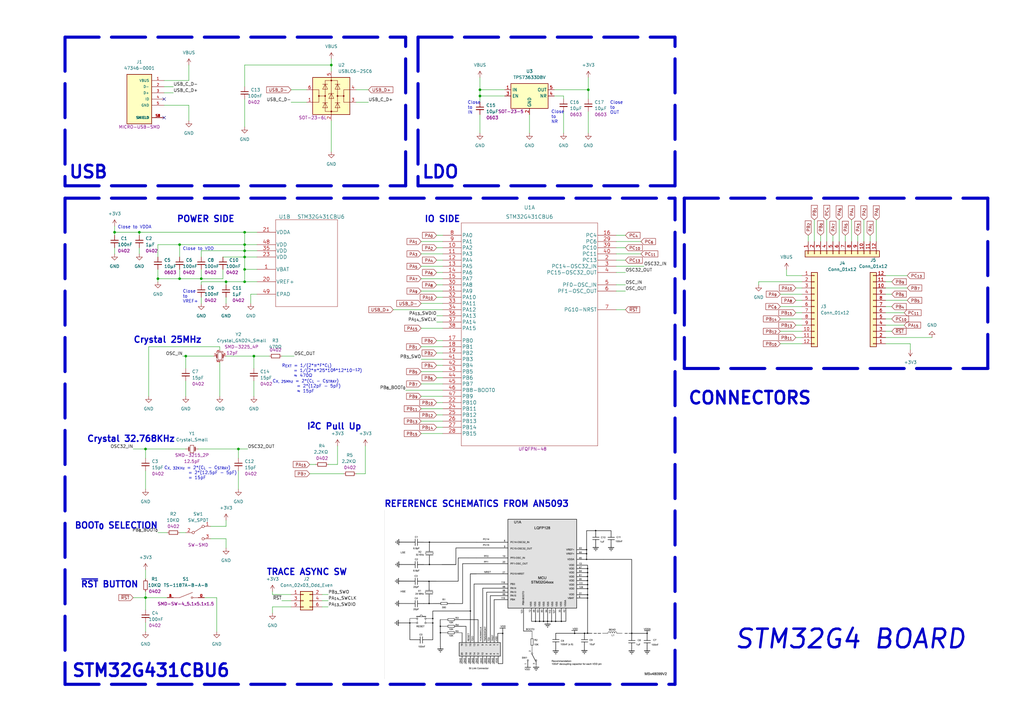
<source format=kicad_sch>
(kicad_sch (version 20211123) (generator eeschema)
  (paper "A3")
  (title_block (title "STM32G4_Breakout") (date "2022-04-16") (rev "0.0.1"))
  (junction (at 241.3 36.83))
  (junction (at 92.71 115.57))
  (junction (at 196.85 36.83))
  (junction (at 73.66 100.33))
  (junction (at 104.14 146.05))
  (junction (at 59.69 184.15))
  (junction (at 57.15 95.25))
  (junction (at 100.33 115.57))
  (junction (at 100.33 95.25))
  (junction (at 100.33 102.87))
  (junction (at 76.2 146.05))
  (junction (at 100.33 100.33))
  (junction (at 100.33 105.41))
  (junction (at 59.69 245.11))
  (junction (at 100.33 110.49))
  (junction (at 64.77 114.3))
  (junction (at 73.66 114.3))
  (junction (at 196.85 39.37))
  (junction (at 82.55 114.3))
  (junction (at 46.99 95.25))
  (junction (at 97.79 184.15))
  (junction (at 135.89 26.67))
  (no_connect (at 67.31 48.26))
  (no_connect (at 67.31 40.64))
  (wire (pts (xy 241.3 36.83) (xy 227.33 36.83)))
  (wire (pts (xy 87.63 146.05) (xy 76.2 146.05)))
  (polyline (pts (xy 280.67 81.28) (xy 280.67 151.13)) (stroke (width 1.27)))
  (wire (pts (xy 86.36 215.9) (xy 92.71 215.9)))
  (wire (pts (xy 91.44 114.3) (xy 82.55 114.3)))
  (wire (pts (xy 252.73 119.38) (xy 256.54 119.38)))
  (wire (pts (xy 172.72 134.62) (xy 181.61 134.62)))
  (wire (pts (xy 73.66 100.33) (xy 73.66 105.41)))
  (wire (pts (xy 351.79 96.52) (xy 351.79 99.06)))
  (wire (pts (xy 179.07 170.18) (xy 181.61 170.18)))
  (wire (pts (xy 365.76 130.81) (xy 363.22 130.81)))
  (wire (pts (xy 90.17 142.24) (xy 60.96 142.24)))
  (wire (pts (xy 320.04 130.81) (xy 328.93 130.81)))
  (wire (pts (xy 100.33 102.87) (xy 82.55 102.87)))
  (wire (pts (xy 146.05 36.83) (xy 151.13 36.83)))
  (wire (pts (xy 92.71 213.36) (xy 92.71 215.9)))
  (wire (pts (xy 86.36 220.98) (xy 92.71 220.98)))
  (wire (pts (xy 119.38 36.83) (xy 125.73 36.83)))
  (wire (pts (xy 196.85 46.99) (xy 196.85 54.61)))
  (wire (pts (xy 82.55 102.87) (xy 82.55 105.41)))
  (wire (pts (xy 105.41 110.49) (xy 100.33 110.49)))
  (wire (pts (xy 363.22 138.43) (xy 382.27 138.43)))
  (wire (pts (xy 100.33 100.33) (xy 105.41 100.33)))
  (wire (pts (xy 97.79 184.15) (xy 101.6 184.15)))
  (wire (pts (xy 179.07 165.1) (xy 181.61 165.1)))
  (wire (pts (xy 179.07 106.68) (xy 181.61 106.68)))
  (wire (pts (xy 336.55 96.52) (xy 336.55 99.06)))
  (wire (pts (xy 311.15 115.57) (xy 311.15 116.84)))
  (wire (pts (xy 326.39 138.43) (xy 328.93 138.43)))
  (wire (pts (xy 100.33 102.87) (xy 105.41 102.87)))
  (wire (pts (xy 346.71 99.06) (xy 346.71 96.52)))
  (polyline (pts (xy 405.13 151.13) (xy 405.13 81.28)) (stroke (width 1.27)))
  (wire (pts (xy 59.69 245.11) (xy 59.69 250.19)))
  (polyline (pts (xy 276.86 280.67) (xy 276.86 81.28)) (stroke (width 1.27)))
  (polyline (pts (xy 26.67 76.2) (xy 166.37 76.2)) (stroke (width 1.27)))
  (wire (pts (xy 59.69 184.15) (xy 76.2 184.15)))
  (wire (pts (xy 57.15 95.25) (xy 57.15 96.52)))
  (wire (pts (xy 322.58 113.03) (xy 328.93 113.03)))
  (polyline (pts (xy 171.45 15.24) (xy 276.86 15.24)) (stroke (width 1.27)))
  (wire (pts (xy 356.87 96.52) (xy 356.87 99.06)))
  (wire (pts (xy 100.33 40.64) (xy 100.33 52.07)))
  (wire (pts (xy 372.11 118.11) (xy 363.22 118.11)))
  (wire (pts (xy 207.01 39.37) (xy 196.85 39.37)))
  (wire (pts (xy 92.71 121.92) (xy 92.71 124.46)))
  (wire (pts (xy 252.73 127) (xy 256.54 127)))
  (wire (pts (xy 241.3 40.64) (xy 241.3 36.83)))
  (wire (pts (xy 135.89 24.13) (xy 135.89 26.67)))
  (wire (pts (xy 115.57 146.05) (xy 120.65 146.05)))
  (wire (pts (xy 326.39 118.11) (xy 328.93 118.11)))
  (wire (pts (xy 363.22 125.73) (xy 365.76 125.73)))
  (wire (pts (xy 363.22 128.27) (xy 370.84 128.27)))
  (wire (pts (xy 132.08 246.38) (xy 134.62 246.38)))
  (wire (pts (xy 76.2 156.21) (xy 76.2 162.56)))
  (wire (pts (xy 328.93 115.57) (xy 311.15 115.57)))
  (wire (pts (xy 57.15 95.25) (xy 100.33 95.25)))
  (wire (pts (xy 320.04 140.97) (xy 328.93 140.97)))
  (wire (pts (xy 179.07 144.78) (xy 181.61 144.78)))
  (wire (pts (xy 172.72 124.46) (xy 181.61 124.46)))
  (wire (pts (xy 67.31 38.1) (xy 71.12 38.1)))
  (wire (pts (xy 359.41 90.17) (xy 359.41 99.06)))
  (wire (pts (xy 196.85 36.83) (xy 207.01 36.83)))
  (wire (pts (xy 172.72 172.72) (xy 181.61 172.72)))
  (wire (pts (xy 326.39 128.27) (xy 328.93 128.27)))
  (wire (pts (xy 64.77 110.49) (xy 64.77 114.3)))
  (wire (pts (xy 252.73 99.06) (xy 262.89 99.06)))
  (wire (pts (xy 196.85 39.37) (xy 196.85 36.83)))
  (polyline (pts (xy 171.45 15.24) (xy 171.45 76.2)) (stroke (width 1.27)))
  (polyline (pts (xy 276.86 76.2) (xy 276.86 15.24)) (stroke (width 1.27)))
  (wire (pts (xy 59.69 255.27) (xy 59.69 259.08)))
  (wire (pts (xy 196.85 31.75) (xy 196.85 36.83)))
  (wire (pts (xy 127 190.5) (xy 129.54 190.5)))
  (wire (pts (xy 172.72 177.8) (xy 181.61 177.8)))
  (wire (pts (xy 252.73 116.84) (xy 256.54 116.84)))
  (wire (pts (xy 119.38 41.91) (xy 125.73 41.91)))
  (wire (pts (xy 179.07 111.76) (xy 181.61 111.76)))
  (wire (pts (xy 196.85 39.37) (xy 196.85 41.91)))
  (wire (pts (xy 373.38 140.97) (xy 363.22 140.97)))
  (wire (pts (xy 149.86 194.31) (xy 146.05 194.31)))
  (wire (pts (xy 373.38 143.51) (xy 373.38 140.97)))
  (wire (pts (xy 59.69 245.11) (xy 68.58 245.11)))
  (wire (pts (xy 339.09 90.17) (xy 339.09 99.06)))
  (wire (pts (xy 91.44 110.49) (xy 91.44 114.3)))
  (wire (pts (xy 111.76 242.57) (xy 111.76 243.84)))
  (wire (pts (xy 100.33 110.49) (xy 100.33 105.41)))
  (wire (pts (xy 149.86 182.88) (xy 149.86 194.31)))
  (wire (pts (xy 119.38 246.38) (xy 115.57 246.38)))
  (wire (pts (xy 326.39 123.19) (xy 328.93 123.19)))
  (wire (pts (xy 179.07 154.94) (xy 181.61 154.94)))
  (polyline (pts (xy 26.67 15.24) (xy 166.37 15.24)) (stroke (width 1.27)))
  (wire (pts (xy 161.29 127) (xy 181.61 127)))
  (wire (pts (xy 105.41 120.65) (xy 102.87 120.65)))
  (wire (pts (xy 64.77 114.3) (xy 73.66 114.3)))
  (wire (pts (xy 91.44 105.41) (xy 100.33 105.41)))
  (wire (pts (xy 231.14 39.37) (xy 227.33 39.37)))
  (wire (pts (xy 135.89 26.67) (xy 100.33 26.67)))
  (wire (pts (xy 179.07 116.84) (xy 181.61 116.84)))
  (wire (pts (xy 100.33 95.25) (xy 105.41 95.25)))
  (wire (pts (xy 172.72 109.22) (xy 181.61 109.22)))
  (wire (pts (xy 172.72 119.38) (xy 181.61 119.38)))
  (wire (pts (xy 74.93 146.05) (xy 76.2 146.05)))
  (wire (pts (xy 252.73 106.68) (xy 256.54 106.68)))
  (wire (pts (xy 90.17 142.24) (xy 90.17 143.51)))
  (wire (pts (xy 365.76 115.57) (xy 363.22 115.57)))
  (wire (pts (xy 252.73 111.76) (xy 256.54 111.76)))
  (wire (pts (xy 146.05 41.91) (xy 151.13 41.91)))
  (wire (pts (xy 60.96 142.24) (xy 60.96 162.56)))
  (wire (pts (xy 344.17 90.17) (xy 344.17 99.06)))
  (wire (pts (xy 252.73 104.14) (xy 262.89 104.14)))
  (wire (pts (xy 67.31 35.56) (xy 71.12 35.56)))
  (wire (pts (xy 64.77 114.3) (xy 64.77 115.57)))
  (wire (pts (xy 127 194.31) (xy 140.97 194.31)))
  (wire (pts (xy 90.17 148.59) (xy 90.17 162.56)))
  (wire (pts (xy 172.72 157.48) (xy 181.61 157.48)))
  (wire (pts (xy 179.07 129.54) (xy 181.61 129.54)))
  (wire (pts (xy 349.25 90.17) (xy 349.25 99.06)))
  (wire (pts (xy 100.33 115.57) (xy 105.41 115.57)))
  (wire (pts (xy 100.33 105.41) (xy 100.33 102.87)))
  (wire (pts (xy 252.73 109.22) (xy 264.16 109.22)))
  (wire (pts (xy 135.89 26.67) (xy 135.89 29.21)))
  (wire (pts (xy 102.87 120.65) (xy 102.87 124.46)))
  (wire (pts (xy 172.72 99.06) (xy 181.61 99.06)))
  (polyline (pts (xy 280.67 151.13) (xy 405.13 151.13)) (stroke (width 1.27)))
  (wire (pts (xy 57.15 95.25) (xy 46.99 95.25)))
  (wire (pts (xy 100.33 105.41) (xy 105.41 105.41)))
  (wire (pts (xy 119.38 243.84) (xy 111.76 243.84)))
  (wire (pts (xy 82.55 115.57) (xy 82.55 116.84)))
  (polyline (pts (xy 26.67 81.28) (xy 276.86 81.28)) (stroke (width 1.27)))
  (wire (pts (xy 179.07 121.92) (xy 181.61 121.92)))
  (wire (pts (xy 322.58 110.49) (xy 322.58 113.03)))
  (wire (pts (xy 59.69 242.57) (xy 59.69 245.11)))
  (wire (pts (xy 64.77 218.44) (xy 68.58 218.44)))
  (wire (pts (xy 111.76 248.92) (xy 111.76 251.46)))
  (wire (pts (xy 252.73 101.6) (xy 256.54 101.6)))
  (wire (pts (xy 81.28 184.15) (xy 97.79 184.15)))
  (wire (pts (xy 331.47 96.52) (xy 331.47 99.06)))
  (wire (pts (xy 172.72 167.64) (xy 181.61 167.64)))
  (wire (pts (xy 92.71 146.05) (xy 104.14 146.05)))
  (wire (pts (xy 92.71 115.57) (xy 92.71 116.84)))
  (wire (pts (xy 73.66 114.3) (xy 73.66 110.49)))
  (wire (pts (xy 363.22 113.03) (xy 372.11 113.03)))
  (wire (pts (xy 372.11 123.19) (xy 363.22 123.19)))
  (wire (pts (xy 320.04 120.65) (xy 328.93 120.65)))
  (wire (pts (xy 59.69 193.04) (xy 59.69 200.66)))
  (wire (pts (xy 73.66 218.44) (xy 76.2 218.44)))
  (wire (pts (xy 54.61 245.11) (xy 59.69 245.11)))
  (polyline (pts (xy 26.67 81.28) (xy 26.67 280.67)) (stroke (width 1.27)))
  (wire (pts (xy 172.72 104.14) (xy 181.61 104.14)))
  (wire (pts (xy 320.04 135.89) (xy 328.93 135.89)))
  (wire (pts (xy 64.77 100.33) (xy 64.77 105.41)))
  (wire (pts (xy 82.55 114.3) (xy 73.66 114.3)))
  (wire (pts (xy 132.08 243.84) (xy 134.62 243.84)))
  (wire (pts (xy 104.14 146.05) (xy 104.14 151.13)))
  (wire (pts (xy 172.72 152.4) (xy 181.61 152.4)))
  (wire (pts (xy 67.31 43.18) (xy 77.47 43.18)))
  (wire (pts (xy 82.55 114.3) (xy 82.55 110.49)))
  (polyline (pts (xy 26.67 280.67) (xy 276.86 280.67)) (stroke (width 1.27)))
  (wire (pts (xy 252.73 96.52) (xy 256.54 96.52)))
  (wire (pts (xy 231.14 40.64) (xy 231.14 39.37)))
  (wire (pts (xy 135.89 49.53) (xy 135.89 62.23)))
  (wire (pts (xy 97.79 187.96) (xy 97.79 184.15)))
  (wire (pts (xy 119.38 248.92) (xy 111.76 248.92)))
  (wire (pts (xy 341.63 96.52) (xy 341.63 99.06)))
  (wire (pts (xy 73.66 100.33) (xy 64.77 100.33)))
  (wire (pts (xy 334.01 90.17) (xy 334.01 99.06)))
  (wire (pts (xy 172.72 142.24) (xy 181.61 142.24)))
  (polyline (pts (xy 171.45 76.2) (xy 276.86 76.2)) (stroke (width 1.27)))
  (wire (pts (xy 172.72 162.56) (xy 181.61 162.56)))
  (polyline (pts (xy 26.67 15.24) (xy 26.67 76.2)) (stroke (width 1.27)))
  (wire (pts (xy 241.3 45.72) (xy 241.3 54.61)))
  (wire (pts (xy 46.99 101.6) (xy 46.99 104.14)))
  (wire (pts (xy 326.39 133.35) (xy 328.93 133.35)))
  (wire (pts (xy 97.79 193.04) (xy 97.79 200.66)))
  (wire (pts (xy 172.72 147.32) (xy 181.61 147.32)))
  (wire (pts (xy 100.33 26.67) (xy 100.33 35.56)))
  (wire (pts (xy 76.2 146.05) (xy 76.2 151.13)))
  (polyline (pts (xy 280.67 81.28) (xy 405.13 81.28)) (stroke (width 1.27)))
  (wire (pts (xy 363.22 135.89) (xy 365.76 135.89)))
  (wire (pts (xy 77.47 43.18) (xy 77.47 49.53)))
  (wire (pts (xy 100.33 102.87) (xy 100.33 100.33)))
  (wire (pts (xy 138.43 182.88) (xy 138.43 190.5)))
  (polyline (pts (xy 166.37 76.2) (xy 166.37 15.24)) (stroke (width 1.27)))
  (wire (pts (xy 82.55 121.92) (xy 82.55 124.46)))
  (wire (pts (xy 354.33 90.17) (xy 354.33 99.06)))
  (wire (pts (xy 54.61 184.15) (xy 59.69 184.15)))
  (wire (pts (xy 46.99 95.25) (xy 46.99 96.52)))
  (wire (pts (xy 179.07 175.26) (xy 181.61 175.26)))
  (wire (pts (xy 231.14 45.72) (xy 231.14 54.61)))
  (wire (pts (xy 46.99 92.71) (xy 46.99 95.25)))
  (wire (pts (xy 241.3 31.75) (xy 241.3 36.83)))
  (wire (pts (xy 104.14 156.21) (xy 104.14 162.56)))
  (wire (pts (xy 88.9 259.08) (xy 88.9 245.11)))
  (wire (pts (xy 59.69 233.68) (xy 59.69 237.49)))
  (wire (pts (xy 100.33 95.25) (xy 100.33 100.33)))
  (wire (pts (xy 166.37 160.02) (xy 181.61 160.02)))
  (wire (pts (xy 100.33 110.49) (xy 100.33 115.57)))
  (wire (pts (xy 217.17 46.99) (xy 217.17 54.61)))
  (wire (pts (xy 77.47 33.02) (xy 67.31 33.02)))
  (wire (pts (xy 132.08 248.92) (xy 134.62 248.92)))
  (wire (pts (xy 363.22 133.35) (xy 370.84 133.35)))
  (wire (pts (xy 134.62 190.5) (xy 138.43 190.5)))
  (wire (pts (xy 363.22 120.65) (xy 365.76 120.65)))
  (wire (pts (xy 77.47 26.67) (xy 77.47 33.02)))
  (wire (pts (xy 179.07 132.08) (xy 181.61 132.08)))
  (wire (pts (xy 179.07 96.52) (xy 181.61 96.52)))
  (wire (pts (xy 172.72 114.3) (xy 181.61 114.3)))
  (wire (pts (xy 88.9 245.11) (xy 83.82 245.11)))
  (wire (pts (xy 59.69 184.15) (xy 59.69 187.96)))
  (wire (pts (xy 92.71 115.57) (xy 82.55 115.57)))
  (wire (pts (xy 320.04 125.73) (xy 328.93 125.73)))
  (wire (pts (xy 92.71 115.57) (xy 100.33 115.57)))
  (wire (pts (xy 179.07 139.7) (xy 181.61 139.7)))
  (wire (pts (xy 100.33 100.33) (xy 73.66 100.33)))
  (wire (pts (xy 104.14 146.05) (xy 110.49 146.05)))
  (wire (pts (xy 179.07 101.6) (xy 181.61 101.6)))
  (wire (pts (xy 92.71 220.98) (xy 92.71 224.79)))
  (wire (pts (xy 57.15 101.6) (xy 57.15 104.14)))
  (wire (pts (xy 179.07 149.86) (xy 181.61 149.86)))
  (image (at 215.9 243.84))
  (text "LDO" (at 172.72 73.66 0) (effects (font (size 5.08 5.08) (thickness 1.016) bold) (justify left bottom)))
  (text "USB" (at 27.94 73.66 0) (effects (font (size 5.08 5.08) (thickness 1.016) bold) (justify left bottom)))
  (text "C_{X, 25Mhz} = 2*(C_{L} - C_{STRAY})\n		= 2*(12pF - 5pF)\n		≈ 15pF\n" (at 111.76 161.29 0) (effects (font (size 1.27 1.27)) (justify left bottom)))
  (text "STM32G4 BOARD" (at 300.99 266.7 0) (effects (font (size 7.62 7.62) (thickness 1.016) bold italic) (justify left bottom)))
  (text "IO SIDE" (at 173.99 91.44 0) (effects (font (size 2.54 2.54) (thickness 0.508) bold) (justify left bottom)))
  (text "POWER SIDE" (at 72.39 91.44 0) (effects (font (size 2.54 2.54) (thickness 0.508) bold) (justify left bottom)))
  (text "BOOT_{0} SELECTION" (at 30.48 217.17 0) (effects (font (size 2.54 2.54) (thickness 0.508) bold) (justify left bottom)))
  (text "Close\nto\nNR" (at 226.06 50.8 0) (effects (font (size 1.27 1.27)) (justify left bottom)))
  (text "STM32G431CBU6" (at 29.21 278.13 0) (effects (font (size 5.08 5.08) (thickness 1.016) bold) (justify left bottom)))
  (text "I^{2}C Pull Up" (at 125.73 176.53 0) (effects (font (size 2.54 2.54) (thickness 0.508) bold) (justify left bottom)))
  (text "Close to VDDA" (at 48.26 93.98 0) (effects (font (size 1.27 1.27)) (justify left bottom)))
  (text "~{RST} BUTTON" (at 33.02 241.3 0) (effects (font (size 2.54 2.54) (thickness 0.508) bold) (justify left bottom)))
  (text "CONNECTORS" (at 281.94 166.37 0) (effects (font (size 5.08 5.08) (thickness 1.016) bold) (justify left bottom)))
  (text "Close\nto\nOUT" (at 250.19 46.99 0) (effects (font (size 1.27 1.27)) (justify left bottom)))
  (text "Crystal 25MHz" (at 54.61 140.97 0) (effects (font (size 2.54 2.54) (thickness 0.508) bold) (justify left bottom)))
  (text "Close\nto\nVREF+" (at 74.93 124.46 0) (effects (font (size 1.27 1.27)) (justify left bottom)))
  (text "TRACE ASYNC SW" (at 109.22 236.22 0) (effects (font (size 2.54 2.54) (thickness 0.508) bold) (justify left bottom)))
  (text "Close to VDD" (at 74.93 102.87 0) (effects (font (size 1.27 1.27)) (justify left bottom)))
  (text "Crystal 32.768KHz" (at 35.56 181.61 0) (effects (font (size 2.54 2.54) (thickness 0.508) bold) (justify left bottom)))
  (text "Close\nto\nIN" (at 191.77 46.99 0) (effects (font (size 1.27 1.27)) (justify left bottom)))
  (text "R_{EXT} = 1/(2*π*F*C_{L})\n	= 1/(2*π*25*10^{6}*12*10^{-12})\n	≈ 470Ω" (at 115.57 154.94 0) (effects (font (size 1.27 1.27)) (justify left bottom)))
  (text "REFERENCE SCHEMATICS FROM AN5093" (at 157.48 208.28 0) (effects (font (size 2.54 2.54) (thickness 0.508) bold) (justify left bottom)))
  (text "C_{X, 32KHz} = 2*(C_{L} - C_{STRAY})\n		= 2*(12.5pF - 5pF)\n		= 15pF\n" (at 67.31 196.85 0) (effects (font (size 1.27 1.27)) (justify left bottom)))
  (label "PA_{14}_SWCLK" (at 179.07 132.08 180))
  (label "USB_C_D+" (at 151.13 41.91 0))
  (label "OSC_IN" (at 74.93 146.05 180))
  (label "PA_{13}_SWDIO" (at 134.62 248.92 0))
  (label "OSC32_IN" (at 54.61 184.15 180))
  (label "PA_{14}_SWCLK" (at 134.62 246.38 0))
  (label "USB_C_D+" (at 71.12 38.1 0))
  (label "PB_{3}_SWO" (at 172.72 147.32 180))
  (label "OSC_OUT" (at 256.54 119.38 0))
  (label "PB_{8}_BOOT_{0}" (at 64.77 218.44 180))
  (label "PA_{13}_SWDIO" (at 179.07 129.54 180))
  (label "OSC_IN" (at 256.54 116.84 0))
  (label "OSC32_OUT" (at 256.54 111.76 0))
  (label "PB_{8}_BOOT_{0}" (at 166.37 160.02 180))
  (label "USB_C_D-" (at 71.12 35.56 0))
  (label "OSC32_IN" (at 264.16 109.22 0))
  (label "~{RST}" (at 115.57 246.38 180))
  (label "OSC32_OUT" (at 101.6 184.15 0))
  (label "OSC_OUT" (at 120.65 146.05 0))
  (label "PB_{3}_SWO" (at 134.62 243.84 0))
  (label "USB_C_D-" (at 119.38 41.91 180))
  (global_label "PA_{0}" (shape input) (at 359.41 90.17 90) (property "Intersheet References" "${INTERSHEET_REFS}" (effects hide)))
  (global_label "PC_{10}" (shape input) (at 256.54 101.6 0) (property "Intersheet References" "${INTERSHEET_REFS}" (effects hide)))
  (global_label "PC_{13}" (shape input) (at 372.11 113.03 0) (property "Intersheet References" "${INTERSHEET_REFS}" (effects hide)))
  (global_label "PB_{7}" (shape input) (at 372.11 118.11 0) (property "Intersheet References" "${INTERSHEET_REFS}" (effects hide)))
  (global_label "PB_{4}" (shape input) (at 365.76 125.73 0) (property "Intersheet References" "${INTERSHEET_REFS}" (effects hide)))
  (global_label "PA_{15}" (shape input) (at 127 190.5 180) (property "Intersheet References" "${INTERSHEET_REFS}" (effects hide)))
  (global_label "PA_{8}" (shape input) (at 326.39 123.19 180) (property "Intersheet References" "${INTERSHEET_REFS}" (effects hide)))
  (global_label "PB_{4}" (shape input) (at 179.07 149.86 180) (property "Intersheet References" "${INTERSHEET_REFS}" (effects hide)))
  (global_label "USB_D+" (shape input) (at 161.29 127 180) (property "Intersheet References" "${INTERSHEET_REFS}" (effects hide)))
  (global_label "PB_{5}" (shape input) (at 172.72 152.4 180) (property "Intersheet References" "${INTERSHEET_REFS}" (effects hide)))
  (global_label "PB_{2}" (shape input) (at 331.47 96.52 90) (property "Intersheet References" "${INTERSHEET_REFS}" (effects hide)))
  (global_label "USB_D-" (shape input) (at 119.38 36.83 180) (property "Intersheet References" "${INTERSHEET_REFS}" (effects hide)))
  (global_label "PA_{1}" (shape input) (at 356.87 96.52 90) (property "Intersheet References" "${INTERSHEET_REFS}" (effects hide)))
  (global_label "PB_{9}" (shape input) (at 365.76 115.57 0) (property "Intersheet References" "${INTERSHEET_REFS}" (effects hide)))
  (global_label "PC_{11}" (shape input) (at 262.89 104.14 0) (property "Intersheet References" "${INTERSHEET_REFS}" (effects hide)))
  (global_label "~{RST}" (shape input) (at 256.54 127 0) (property "Intersheet References" "${INTERSHEET_REFS}" (effects hide)))
  (global_label "PB_{13}" (shape input) (at 172.72 172.72 180) (property "Intersheet References" "${INTERSHEET_REFS}" (effects hide)))
  (global_label "PB_{7}" (shape input) (at 127 194.31 180) (property "Intersheet References" "${INTERSHEET_REFS}" (effects hide)))
  (global_label "PA_{7}" (shape input) (at 172.72 114.3 180) (property "Intersheet References" "${INTERSHEET_REFS}" (effects hide)))
  (global_label "PC_{4}" (shape input) (at 256.54 96.52 0) (property "Intersheet References" "${INTERSHEET_REFS}" (effects hide)))
  (global_label "PB_{9}" (shape input) (at 172.72 162.56 180) (property "Intersheet References" "${INTERSHEET_REFS}" (effects hide)))
  (global_label "PC_{11}" (shape input) (at 370.84 128.27 0) (property "Intersheet References" "${INTERSHEET_REFS}" (effects hide)))
  (global_label "PB_{11}" (shape input) (at 326.39 138.43 180) (property "Intersheet References" "${INTERSHEET_REFS}" (effects hide)))
  (global_label "PB_{13}" (shape input) (at 326.39 133.35 180) (property "Intersheet References" "${INTERSHEET_REFS}" (effects hide)))
  (global_label "PA_{10}" (shape input) (at 326.39 118.11 180) (property "Intersheet References" "${INTERSHEET_REFS}" (effects hide)))
  (global_label "PB_{0}" (shape input) (at 336.55 96.52 90) (property "Intersheet References" "${INTERSHEET_REFS}" (effects hide)))
  (global_label "PA_{7}" (shape input) (at 341.63 96.52 90) (property "Intersheet References" "${INTERSHEET_REFS}" (effects hide)))
  (global_label "PC_{10}" (shape input) (at 365.76 130.81 0) (property "Intersheet References" "${INTERSHEET_REFS}" (effects hide)))
  (global_label "PA_{3}" (shape input) (at 172.72 104.14 180) (property "Intersheet References" "${INTERSHEET_REFS}" (effects hide)))
  (global_label "PA_{15}" (shape input) (at 172.72 134.62 180) (property "Intersheet References" "${INTERSHEET_REFS}" (effects hide)))
  (global_label "USB_D-" (shape input) (at 172.72 124.46 180) (property "Intersheet References" "${INTERSHEET_REFS}" (effects hide)))
  (global_label "PB_{12}" (shape input) (at 320.04 135.89 180) (property "Intersheet References" "${INTERSHEET_REFS}" (effects hide)))
  (global_label "PB_{0}" (shape input) (at 179.07 139.7 180) (property "Intersheet References" "${INTERSHEET_REFS}" (effects hide)))
  (global_label "PA_{8}" (shape input) (at 179.07 116.84 180) (property "Intersheet References" "${INTERSHEET_REFS}" (effects hide)))
  (global_label "PA_{4}" (shape input) (at 349.25 90.17 90) (property "Intersheet References" "${INTERSHEET_REFS}" (effects hide)))
  (global_label "PC_{13}" (shape input) (at 256.54 106.68 0) (property "Intersheet References" "${INTERSHEET_REFS}" (effects hide)))
  (global_label "PB_{15}" (shape input) (at 172.72 177.8 180) (property "Intersheet References" "${INTERSHEET_REFS}" (effects hide)))
  (global_label "PB_{14}" (shape input) (at 320.04 130.81 180) (property "Intersheet References" "${INTERSHEET_REFS}" (effects hide)))
  (global_label "PB_{1}" (shape input) (at 334.01 90.17 90) (property "Intersheet References" "${INTERSHEET_REFS}" (effects hide)))
  (global_label "~{RST}" (shape input) (at 54.61 245.11 180) (property "Intersheet References" "${INTERSHEET_REFS}" (effects hide)))
  (global_label "PA_{6}" (shape input) (at 344.17 90.17 90) (property "Intersheet References" "${INTERSHEET_REFS}" (effects hide)))
  (global_label "PA_{2}" (shape input) (at 354.33 90.17 90) (property "Intersheet References" "${INTERSHEET_REFS}" (effects hide)))
  (global_label "PB_{14}" (shape input) (at 179.07 175.26 180) (property "Intersheet References" "${INTERSHEET_REFS}" (effects hide)))
  (global_label "PA_{15}" (shape input) (at 370.84 133.35 0) (property "Intersheet References" "${INTERSHEET_REFS}" (effects hide)))
  (global_label "PA_{10}" (shape input) (at 179.07 121.92 180) (property "Intersheet References" "${INTERSHEET_REFS}" (effects hide)))
  (global_label "PB_{6}" (shape input) (at 179.07 154.94 180) (property "Intersheet References" "${INTERSHEET_REFS}" (effects hide)))
  (global_label "PB_{10}" (shape input) (at 320.04 140.97 180) (property "Intersheet References" "${INTERSHEET_REFS}" (effects hide)))
  (global_label "PA_{0}" (shape input) (at 179.07 96.52 180) (property "Intersheet References" "${INTERSHEET_REFS}" (effects hide)))
  (global_label "PB_{7}" (shape input) (at 172.72 157.48 180) (property "Intersheet References" "${INTERSHEET_REFS}" (effects hide)))
  (global_label "~{RST}" (shape input) (at 365.76 135.89 0) (property "Intersheet References" "${INTERSHEET_REFS}" (effects hide)))
  (global_label "USB_D+" (shape input) (at 151.13 36.83 0) (property "Intersheet References" "${INTERSHEET_REFS}" (effects hide)))
  (global_label "PB_{12}" (shape input) (at 179.07 170.18 180) (property "Intersheet References" "${INTERSHEET_REFS}" (effects hide)))
  (global_label "PA_{4}" (shape input) (at 179.07 106.68 180) (property "Intersheet References" "${INTERSHEET_REFS}" (effects hide)))
  (global_label "PA_{1}" (shape input) (at 172.72 99.06 180) (property "Intersheet References" "${INTERSHEET_REFS}" (effects hide)))
  (global_label "PB_{1}" (shape input) (at 172.72 142.24 180) (property "Intersheet References" "${INTERSHEET_REFS}" (effects hide)))
  (global_label "PB_{11}" (shape input) (at 172.72 167.64 180) (property "Intersheet References" "${INTERSHEET_REFS}" (effects hide)))
  (global_label "PB_{2}" (shape input) (at 179.07 144.78 180) (property "Intersheet References" "${INTERSHEET_REFS}" (effects hide)))
  (global_label "PA_{2}" (shape input) (at 179.07 101.6 180) (property "Intersheet References" "${INTERSHEET_REFS}" (effects hide)))
  (global_label "PC_{6}" (shape input) (at 262.89 99.06 0) (property "Intersheet References" "${INTERSHEET_REFS}" (effects hide)))
  (global_label "PB_{15}" (shape input) (at 326.39 128.27 180) (property "Intersheet References" "${INTERSHEET_REFS}" (effects hide)))
  (global_label "PA_{3}" (shape input) (at 351.79 96.52 90) (property "Intersheet References" "${INTERSHEET_REFS}" (effects hide)))
  (global_label "PA_{9}" (shape input) (at 320.04 120.65 180) (property "Intersheet References" "${INTERSHEET_REFS}" (effects hide)))
  (global_label "PA_{5}" (shape input) (at 172.72 109.22 180) (property "Intersheet References" "${INTERSHEET_REFS}" (effects hide)))
  (global_label "PA_{6}" (shape input) (at 179.07 111.76 180) (property "Intersheet References" "${INTERSHEET_REFS}" (effects hide)))
  (global_label "PC_{4}" (shape input) (at 339.09 90.17 90) (property "Intersheet References" "${INTERSHEET_REFS}" (effects hide)))
  (global_label "PA_{9}" (shape input) (at 172.72 119.38 180) (property "Intersheet References" "${INTERSHEET_REFS}" (effects hide)))
  (global_label "PC_{6}" (shape input) (at 320.04 125.73 180) (property "Intersheet References" "${INTERSHEET_REFS}" (effects hide)))
  (global_label "PB_{5}" (shape input) (at 372.11 123.19 0) (property "Intersheet References" "${INTERSHEET_REFS}" (effects hide)))
  (global_label "PB_{6}" (shape input) (at 365.76 120.65 0) (property "Intersheet References" "${INTERSHEET_REFS}" (effects hide)))
  (global_label "PB_{10}" (shape input) (at 179.07 165.1 180) (property "Intersheet References" "${INTERSHEET_REFS}" (effects hide)))
  (global_label "PA_{5}" (shape input) (at 346.71 96.52 90) (property "Intersheet References" "${INTERSHEET_REFS}" (effects hide)))
  (symbol (lib_id "Device:R_Small") (at 113.03 146.05 90) (unit 1)
    (property "Reference" "R3" (at 114.3 139.7 90) (effects (justify left)))
    (property "Value" "470Ω" (at 115.57 142.24 90) (effects (justify left)))
    (property "Footprint" "Resistor_SMD:R_0402_1005Metric" (effects hide))
    (property "Datasheet" "https://datasheet.lcsc.com/lcsc/2110252230_UNI-ROYAL-Uniroyal-Elec-0402WGF4700TCE_C25117.pdf" (effects hide))
    (property "JLC" "0402" (at 113.03 143.51 90))
    (property "LCSC" "C25117" (effects hide))
  )
  (symbol (lib_id "Device:C_Small") (at 196.85 44.45 0) (unit 1)
    (property "Reference" "C15" (at 199.39 43.1862 0) (effects (justify left)))
    (property "Value" "10µF" (at 199.39 45.7262 0) (effects (justify left)))
    (property "Footprint" "Capacitor_SMD:C_0603_1608Metric" (effects hide))
    (property "Datasheet" "https://datasheet.lcsc.com/lcsc/1810191219_Samsung-Electro-Mechanics-CL10A106KP8NNNC_C19702.pdf" (effects hide))
    (property "JLC" "0603" (at 201.93 48.26 0))
    (property "LCSC" "C19702" (effects hide))
  )
  (symbol (lib_id "power:GND") (at 59.69 259.08 0) (unit 1)
    (property "Reference" "#PWR06" (effects hide))
    (property "Value" "GND" (at 59.69 264.16 0))
  )
  (symbol (lib_id "Connector_Generic:Conn_01x12") (at 344.17 104.14 90) (mirror x) (unit 1)
    (property "Reference" "J4" (at 345.44 107.95 90))
    (property "Value" "Conn_01x12" (at 345.44 110.49 90))
    (property "Footprint" "Connector_PinHeader_2.54mm:PinHeader_1x12_P2.54mm_Vertical" (effects hide))
  )
  (symbol (lib_id "Connector_Generic:Conn_01x12") (at 358.14 128.27 180) (unit 1)
    (property "Reference" "J5" (at 358.14 106.68 0))
    (property "Value" "Conn_01x12" (at 358.14 109.22 0))
    (property "Footprint" "Connector_PinHeader_2.54mm:PinHeader_1x12_P2.54mm_Vertical" (effects hide))
  )
  (symbol (lib_id "Device:C_Small") (at 64.77 107.95 0) (unit 1)
    (property "Reference" "C5" (at 67.31 106.6862 0) (effects (justify left)))
    (property "Value" "10µF" (at 67.31 109.2262 0) (effects (justify left)))
    (property "Footprint" "Capacitor_SMD:C_0603_1608Metric" (effects hide))
    (property "Datasheet" "https://datasheet.lcsc.com/lcsc/1810191219_Samsung-Electro-Mechanics-CL10A106KP8NNNC_C19702.pdf" (effects hide))
    (property "JLC" "0603" (at 69.85 111.76 0))
    (property "LCSC" "C19702" (effects hide))
  )
  (symbol (lib_id "Device:Crystal_Small") (at 78.74 184.15 0) (unit 1)
    (property "Reference" "Y1" (at 78.74 177.8 0))
    (property "Value" "Crystal_Small" (at 78.74 180.34 0))
    (property "Footprint" "Crystal:Crystal_SMD_3215-2Pin_3.2x1.5mm" (effects hide))
    (property "Datasheet" "https://datasheet.lcsc.com/lcsc/1810171817_Seiko-Epson-Q13FC1350000400_C32346.pdf" (effects hide))
    (property "JLC" "SMD-3215_2P" (at 78.74 186.69 0))
    (property "LCSC" "C32346" (effects hide))
    (property "CL" "12.5pF" (at 78.74 189.23 0))
  )
  (symbol (lib_id "power:+3.3V") (at 92.71 213.36 0) (unit 1)
    (property "Reference" "#PWR016" (effects hide))
    (property "Value" "+3.3V" (at 92.71 208.28 0))
  )
  (symbol (lib_id "Device:C_Small") (at 100.33 38.1 0) (unit 1)
    (property "Reference" "C13" (at 102.87 36.8362 0) (effects (justify left)))
    (property "Value" "100nF" (at 101.6 39.37 0) (effects (justify left)))
    (property "Footprint" "Capacitor_SMD:C_0402_1005Metric" (effects hide))
    (property "Datasheet" "https://datasheet.lcsc.com/lcsc/1810191219_Samsung-Electro-Mechanics-CL05B104KO5NNNC_C1525.pdf" (effects hide))
    (property "JLC" "0402" (at 104.14 41.91 0))
    (property "LCSC" "C1525" (effects hide))
  )
  (symbol (lib_id "Device:C_Small") (at 91.44 107.95 0) (unit 1)
    (property "Reference" "C10" (at 93.98 106.6862 0) (effects (justify left)))
    (property "Value" "100nF" (at 92.71 109.22 0) (effects (justify left)))
    (property "Footprint" "Capacitor_SMD:C_0402_1005Metric" (effects hide))
    (property "Datasheet" "https://datasheet.lcsc.com/lcsc/1810191219_Samsung-Electro-Mechanics-CL05B104KO5NNNC_C1525.pdf" (effects hide))
    (property "JLC" "0402" (at 95.25 111.76 0))
    (property "LCSC" "C1525" (effects hide))
  )
  (symbol (lib_id "power:GND") (at 100.33 52.07 0) (unit 1)
    (property "Reference" "#PWR019" (effects hide))
    (property "Value" "GND" (at 100.33 57.15 0))
  )
  (symbol (lib_id "Device:C_Small") (at 76.2 153.67 0) (unit 1)
    (property "Reference" "C7" (at 78.74 152.4062 0) (effects (justify left)))
    (property "Value" "15pF" (at 78.74 154.9462 0) (effects (justify left)))
    (property "Footprint" "Capacitor_SMD:C_0402_1005Metric" (effects hide))
    (property "Datasheet" "https://datasheet.lcsc.com/lcsc/1810111610_FH-Guangdong-Fenghua-Advanced-Tech-0402CG150J500NT_C1548.pdf" (effects hide))
    (property "JLC" "0402" (at 81.28 157.48 0))
    (property "LCSC" "C1548" (effects hide))
  )
  (symbol (lib_id "Connector_Generic:Conn_02x03_Odd_Even") (at 124.46 246.38 0) (unit 1)
    (property "Reference" "J2" (at 125.73 237.49 0))
    (property "Value" "Conn_02x03_Odd_Even" (at 125.73 240.03 0))
    (property "Footprint" "Connector_PinSocket_2.54mm:PinSocket_2x03_P2.54mm_Vertical" (effects hide))
  )
  (symbol (lib_id "power:VBUS") (at 135.89 24.13 0) (unit 1)
    (property "Reference" "#PWR024" (effects hide))
    (property "Value" "VBUS" (at 135.89 19.05 0))
  )
  (symbol (lib_id "power:+3.3V") (at 46.99 92.71 0) (unit 1)
    (property "Reference" "#PWR01" (effects hide))
    (property "Value" "+3.3V" (at 46.99 87.63 0))
  )
  (symbol (lib_id "power:VBUS") (at 196.85 31.75 0) (unit 1)
    (property "Reference" "#PWR028" (effects hide))
    (property "Value" "VBUS" (at 196.85 26.67 0))
  )
  (symbol (lib_id "power:GND") (at 90.17 162.56 0) (unit 1)
    (property "Reference" "#PWR014" (effects hide))
    (property "Value" "GND" (at 90.17 167.64 0))
  )
  (symbol (lib_id "Device:C_Small") (at 73.66 107.95 0) (unit 1)
    (property "Reference" "C6" (at 76.2 106.6862 0) (effects (justify left)))
    (property "Value" "100nF" (at 74.93 109.22 0) (effects (justify left)))
    (property "Footprint" "Capacitor_SMD:C_0402_1005Metric" (effects hide))
    (property "Datasheet" "https://datasheet.lcsc.com/lcsc/1810191219_Samsung-Electro-Mechanics-CL05B104KO5NNNC_C1525.pdf" (effects hide))
    (property "JLC" "0402" (at 77.47 111.76 0))
    (property "LCSC" "C1525" (effects hide))
  )
  (symbol (lib_id "power:GND") (at 46.99 104.14 0) (unit 1)
    (property "Reference" "#PWR02" (effects hide))
    (property "Value" "GND" (at 46.99 109.22 0))
  )
  (symbol (lib_id "power:GND") (at 104.14 162.56 0) (unit 1)
    (property "Reference" "#PWR021" (effects hide))
    (property "Value" "GND" (at 104.14 167.64 0))
  )
  (symbol (lib_id "Device:C_Small") (at 59.69 252.73 0) (unit 1)
    (property "Reference" "C4" (at 62.23 251.4662 0) (effects (justify left)))
    (property "Value" "100nF" (at 60.96 254 0) (effects (justify left)))
    (property "Footprint" "Capacitor_SMD:C_0402_1005Metric" (effects hide))
    (property "Datasheet" "https://datasheet.lcsc.com/lcsc/1810191219_Samsung-Electro-Mechanics-CL05B104KO5NNNC_C1525.pdf" (effects hide))
    (property "JLC" "0402" (at 63.5 256.54 0))
    (property "LCSC" "C1525" (effects hide))
  )
  (symbol (lib_id "power:+3.3V") (at 149.86 182.88 0) (unit 1)
    (property "Reference" "#PWR027" (effects hide))
    (property "Value" "+3.3V" (at 149.86 177.8 0))
  )
  (symbol (lib_id "power:GND") (at 217.17 54.61 0) (unit 1)
    (property "Reference" "#PWR030" (effects hide))
    (property "Value" "GND" (at 217.17 59.69 0))
  )
  (symbol (lib_id "Device:C_Small") (at 231.14 43.18 0) (unit 1)
    (property "Reference" "C16" (at 233.68 41.9162 0) (effects (justify left)))
    (property "Value" "10µF" (at 233.68 44.4562 0) (effects (justify left)))
    (property "Footprint" "Capacitor_SMD:C_0603_1608Metric" (effects hide))
    (property "Datasheet" "https://datasheet.lcsc.com/lcsc/1810191219_Samsung-Electro-Mechanics-CL10A106KP8NNNC_C19702.pdf" (effects hide))
    (property "JLC" "0603" (at 236.22 46.99 0))
    (property "LCSC" "C19702" (effects hide))
  )
  (symbol (lib_id "Device:C_Small") (at 59.69 190.5 0) (unit 1)
    (property "Reference" "C3" (at 62.23 189.2362 0) (effects (justify left)))
    (property "Value" "15pF" (at 62.23 191.7762 0) (effects (justify left)))
    (property "Footprint" "Capacitor_SMD:C_0402_1005Metric" (effects hide))
    (property "Datasheet" "https://datasheet.lcsc.com/lcsc/1810111610_FH-Guangdong-Fenghua-Advanced-Tech-0402CG150J500NT_C1548.pdf" (effects hide))
    (property "JLC" "0402" (at 64.77 194.31 0))
    (property "LCSC" "C1548" (effects hide))
  )
  (symbol (lib_id "Device:R_Small") (at 59.69 240.03 180) (unit 1)
    (property "Reference" "R1" (at 64.77 237.49 0) (effects (justify left)))
    (property "Value" "10KΩ" (at 66.04 240.03 0) (effects (justify left)))
    (property "Footprint" "Resistor_SMD:R_0402_1005Metric" (effects hide))
    (property "Datasheet" "https://datasheet.lcsc.com/lcsc/2110260030_UNI-ROYAL-Uniroyal-Elec-0402WGF1002TCE_C25744.pdf" (effects hide))
    (property "JLC" "0402" (at 63.5 242.57 0))
    (property "LCSC" "C25744" (effects hide))
  )
  (symbol (lib_id "Device:C_Small") (at 82.55 107.95 0) (unit 1)
    (property "Reference" "C8" (at 85.09 106.6862 0) (effects (justify left)))
    (property "Value" "100nF" (at 83.82 109.22 0) (effects (justify left)))
    (property "Footprint" "Capacitor_SMD:C_0402_1005Metric" (effects hide))
    (property "Datasheet" "https://datasheet.lcsc.com/lcsc/1810191219_Samsung-Electro-Mechanics-CL05B104KO5NNNC_C1525.pdf" (effects hide))
    (property "JLC" "0402" (at 86.36 111.76 0))
    (property "LCSC" "C1525" (effects hide))
  )
  (symbol (lib_id "power:+3.3V") (at 59.69 233.68 0) (unit 1)
    (property "Reference" "#PWR05" (effects hide))
    (property "Value" "+3.3V" (at 59.69 228.6 0))
  )
  (symbol (lib_id "Device:C_Small") (at 241.3 43.18 0) (unit 1)
    (property "Reference" "C17" (at 243.84 41.9162 0) (effects (justify left)))
    (property "Value" "10µF" (at 243.84 44.4562 0) (effects (justify left)))
    (property "Footprint" "Capacitor_SMD:C_0603_1608Metric" (effects hide))
    (property "Datasheet" "https://datasheet.lcsc.com/lcsc/1810191219_Samsung-Electro-Mechanics-CL10A106KP8NNNC_C19702.pdf" (effects hide))
    (property "JLC" "0603" (at 246.38 46.99 0))
    (property "LCSC" "C19702" (effects hide))
  )
  (symbol (lib_id "power:VBUS") (at 322.58 110.49 0) (unit 1)
    (property "Reference" "#PWR035" (effects hide))
    (property "Value" "VBUS" (at 322.58 105.41 0))
  )
  (symbol (lib_id "Device:C_Small") (at 97.79 190.5 0) (unit 1)
    (property "Reference" "C12" (at 100.33 189.2362 0) (effects (justify left)))
    (property "Value" "15pF" (at 100.33 191.7762 0) (effects (justify left)))
    (property "Footprint" "Capacitor_SMD:C_0402_1005Metric" (effects hide))
    (property "Datasheet" "https://datasheet.lcsc.com/lcsc/1810111610_FH-Guangdong-Fenghua-Advanced-Tech-0402CG150J500NT_C1548.pdf" (effects hide))
    (property "JLC" "0402" (at 102.87 194.31 0))
    (property "LCSC" "C1548" (effects hide))
  )
  (symbol (lib_id "Connector_Generic:Conn_01x12") (at 334.01 125.73 0) (unit 1)
    (property "Reference" "J3" (at 336.55 125.7299 0) (effects (justify left)))
    (property "Value" "Conn_01x12" (at 336.55 128.2699 0) (effects (justify left)))
    (property "Footprint" "Connector_PinHeader_2.54mm:PinHeader_1x12_P2.54mm_Vertical" (effects hide))
  )
  (symbol (lib_id "power:GND") (at 196.85 54.61 0) (unit 1)
    (property "Reference" "#PWR029" (effects hide))
    (property "Value" "GND" (at 196.85 59.69 0))
  )
  (symbol (lib_id "power:+3.3V") (at 373.38 143.51 0) (mirror x) (unit 1)
    (property "Reference" "#PWR036" (effects hide))
    (property "Value" "+3.3V" (at 373.38 148.59 0))
  )
  (symbol (lib_id "Device:C_Small") (at 104.14 153.67 0) (unit 1)
    (property "Reference" "C14" (at 106.68 152.4062 0) (effects (justify left)))
    (property "Value" "15pF" (at 106.68 154.9462 0) (effects (justify left)))
    (property "Footprint" "Capacitor_SMD:C_0402_1005Metric" (effects hide))
    (property "Datasheet" "https://datasheet.lcsc.com/lcsc/1810111610_FH-Guangdong-Fenghua-Advanced-Tech-0402CG150J500NT_C1548.pdf" (effects hide))
    (property "JLC" "0402" (at 109.22 157.48 0))
    (property "LCSC" "C1548" (effects hide))
  )
  (symbol (lib_id "Switch:SW_SPDT") (at 81.28 218.44 0) (unit 1)
    (property "Reference" "SW1" (at 81.28 210.82 0))
    (property "Value" "SW_SPDT" (at 81.28 213.36 0))
    (property "Footprint" "Button_Switch_SMD:SW_SPDT_PCM12" (effects hide))
    (property "Datasheet" "https://datasheet.lcsc.com/lcsc/1808041445_ALPSALPINE-SSSS811101_C109335.pdf" (effects hide))
    (property "JLC" "SW-SMD" (at 81.28 223.52 0))
    (property "LCSC" "C963206" (effects hide))
  )
  (symbol (lib_id "Device:R_Small") (at 71.12 218.44 90) (unit 1)
    (property "Reference" "R2" (at 72.39 210.82 90) (effects (justify left)))
    (property "Value" "10KΩ" (at 73.66 213.36 90) (effects (justify left)))
    (property "Footprint" "Resistor_SMD:R_0402_1005Metric" (effects hide))
    (property "Datasheet" "https://datasheet.lcsc.com/lcsc/2110260030_UNI-ROYAL-Uniroyal-Elec-0402WGF1002TCE_C25744.pdf" (effects hide))
    (property "JLC" "0402" (at 71.12 215.9 90))
    (property "LCSC" "C25744" (effects hide))
  )
  (symbol (lib_id "2022-04-16_14-02-52:STM32G431CBU6") (at 105.41 95.25 0) (unit 2)
    (property "Reference" "U1" (at 114.3 88.9 0) (effects (font (size 1.524 1.524)) (justify left)))
    (property "Value" "STM32G431CBU6" (at 121.92 88.9 0) (effects (font (size 1.524 1.524)) (justify left)))
    (property "Footprint" "STM32G431CBU6:STM32G431CBU6" (effects hide))
    (property "JLC" "UFQFPN-48" (effects hide))
    (property "LCSC" "C529356" (effects hide))
  )
  (symbol (lib_id "power:GND") (at 102.87 124.46 0) (unit 1)
    (property "Reference" "#PWR020" (effects hide))
    (property "Value" "GND" (at 102.87 129.54 0))
  )
  (symbol (lib_id "power:VBUS") (at 77.47 26.67 0) (unit 1)
    (property "Reference" "#PWR010" (effects hide))
    (property "Value" "VBUS" (at 77.47 21.59 0))
  )
  (symbol (lib_id "power:GND") (at 92.71 224.79 0) (unit 1)
    (property "Reference" "#PWR017" (effects hide))
    (property "Value" "GND" (at 92.71 229.87 0))
  )
  (symbol (lib_id "Device:C_Small") (at 57.15 99.06 0) (unit 1)
    (property "Reference" "C2" (at 59.69 97.7962 0) (effects (justify left)))
    (property "Value" "1µF" (at 59.69 100.3362 0) (effects (justify left)))
    (property "Footprint" "Capacitor_SMD:C_0402_1005Metric" (effects hide))
    (property "Datasheet" "https://datasheet.lcsc.com/lcsc/1811091611_Samsung-Electro-Mechanics-CL05A105KA5NQNC_C52923.pdf" (effects hide))
    (property "JLC" "0402" (at 62.23 102.87 0))
    (property "LCSC" "C52923" (effects hide))
  )
  (symbol (lib_id "Device:Crystal_GND24_Small") (at 90.17 146.05 0) (unit 1)
    (property "Reference" "Y2" (at 97.79 137.16 0))
    (property "Value" "Crystal_GND24_Small" (at 99.06 139.7 0))
    (property "Footprint" "Crystal:Crystal_SMD_3225-4Pin_3.2x2.5mm" (effects hide))
    (property "Datasheet" "https://datasheet.lcsc.com/lcsc/2103291203_Yangxing-Tech-X322525MOB4SI_C9006.pdf" (effects hide))
    (property "JLC" "SMD-3225_4P" (at 99.06 142.24 0))
    (property "LCSC" "C9006" (effects hide))
    (property "CL" "12pF" (at 95.25 144.78 0))
  )
  (symbol (lib_id "Device:C_Small") (at 92.71 119.38 0) (unit 1)
    (property "Reference" "C11" (at 95.25 118.1162 0) (effects (justify left)))
    (property "Value" "1µF" (at 95.25 120.6562 0) (effects (justify left)))
    (property "Footprint" "Capacitor_SMD:C_0402_1005Metric" (effects hide))
    (property "Datasheet" "https://datasheet.lcsc.com/lcsc/1811091611_Samsung-Electro-Mechanics-CL05A105KA5NQNC_C52923.pdf" (effects hide))
    (property "JLC" "0402" (at 97.79 123.19 0))
    (property "LCSC" "C52923" (effects hide))
  )
  (symbol (lib_id "power:GND") (at 97.79 200.66 0) (unit 1)
    (property "Reference" "#PWR018" (effects hide))
    (property "Value" "GND" (at 97.79 205.74 0))
  )
  (symbol (lib_id "power:GND") (at 311.15 116.84 0) (unit 1)
    (property "Reference" "#PWR034" (effects hide))
    (property "Value" "GND" (at 311.15 121.92 0))
  )
  (symbol (lib_id "Device:C_Small") (at 82.55 119.38 0) (unit 1)
    (property "Reference" "C9" (at 85.09 118.1162 0) (effects (justify left)))
    (property "Value" "100nF" (at 83.82 120.65 0) (effects (justify left)))
    (property "Footprint" "Capacitor_SMD:C_0402_1005Metric" (effects hide))
    (property "Datasheet" "https://datasheet.lcsc.com/lcsc/1810191219_Samsung-Electro-Mechanics-CL05B104KO5NNNC_C1525.pdf" (effects hide))
    (property "JLC" "0402" (at 86.36 123.19 0))
    (property "LCSC" "C1525" (effects hide))
  )
  (symbol (lib_id "power:GND") (at 241.3 54.61 0) (unit 1)
    (property "Reference" "#PWR033" (effects hide))
    (property "Value" "GND" (at 241.3 59.69 0))
  )
  (symbol (lib_id "power:GND") (at 135.89 62.23 0) (unit 1)
    (property "Reference" "#PWR025" (effects hide))
    (property "Value" "GND" (at 135.89 67.31 0))
  )
  (symbol (lib_id "TS-1187A-B-A-B:TS-1187A-B-A-B") (at 76.2 245.11 0) (unit 1)
    (property "Reference" "S1" (at 76.2 237.49 0))
    (property "Value" "TS-1187A-B-A-B" (at 76.2 240.03 0))
    (property "Footprint" "TS-1187A-B-A-B:SW_TS-1187A-B-A-B" (effects hide))
    (property "Datasheet" "https://datasheet.lcsc.com/lcsc/2002271431_XKB-Connectivity-TS-1187A-B-A-B_C318884.pdf" (effects hide))
    (property "MAXIMUM_PACKAGE_HEIGHT" "1.5mm" (effects hide))
    (property "PARTREV" "A0" (effects hide))
    (property "MANUFACTURER" "XKB Industrial Precision" (effects hide))
    (property "STANDARD" "Manufacturer Recommendations" (effects hide))
    (property "JLC" "SMD-SW-4_5.1x5.1x1.5" (at 76.2 247.65 0))
    (property "LCSC" "C318884" (effects hide))
  )
  (symbol (lib_id "2022-04-16_14-02-52:STM32G431CBU6") (at 181.61 96.52 0) (unit 1)
    (property "Reference" "U1" (at 217.17 85.09 0) (effects (font (size 1.524 1.524))))
    (property "Value" "STM32G431CBU6" (at 217.17 88.9 0) (effects (font (size 1.524 1.524))))
    (property "Footprint" "STM32G431CBU6:STM32G431CBU6" (effects hide))
    (property "Design Guide" "https://www.st.com/resource/en/application_note/dm00442716-getting-started-with-stm32g4-series--hardware-development-boards-stmicroelectronics.pdf" (effects hide))
    (property "JLC" "UFQFPN-48" (at 218.44 184.15 0))
    (property "LCSC" "C529356" (effects hide))
    (property "Crystal Choice Gude" "https://www.st.com/resource/en/application_note/cd00221665-oscillator-design-guide-for-stm8afals-stm32-mcus-and-mpus-stmicroelectronics.pdf" (effects hide))
  )
  (symbol (lib_id "power:GND") (at 92.71 124.46 0) (unit 1)
    (property "Reference" "#PWR015" (effects hide))
    (property "Value" "GND" (at 92.71 129.54 0))
  )
  (symbol (lib_id "power:+3.3V") (at 241.3 31.75 0) (unit 1)
    (property "Reference" "#PWR032" (effects hide))
    (property "Value" "+3.3V" (at 241.3 26.67 0))
  )
  (symbol (lib_id "Device:C_Small") (at 46.99 99.06 0) (unit 1)
    (property "Reference" "C1" (at 49.53 97.7962 0) (effects (justify left)))
    (property "Value" "100nF" (at 48.26 100.33 0) (effects (justify left)))
    (property "Footprint" "Capacitor_SMD:C_0402_1005Metric" (effects hide))
    (property "Datasheet" "https://datasheet.lcsc.com/lcsc/1810191219_Samsung-Electro-Mechanics-CL05B104KO5NNNC_C1525.pdf" (effects hide))
    (property "JLC" "0402" (at 50.8 102.87 0))
    (property "LCSC" "C1525" (effects hide))
  )
  (symbol (lib_id "power:GND") (at 82.55 124.46 0) (unit 1)
    (property "Reference" "#PWR012" (effects hide))
    (property "Value" "GND" (at 82.55 129.54 0))
  )
  (symbol (lib_id "power:GND") (at 59.69 200.66 0) (unit 1)
    (property "Reference" "#PWR04" (effects hide))
    (property "Value" "GND" (at 59.69 205.74 0))
  )
  (symbol (lib_id "Device:R_Small") (at 143.51 194.31 90) (unit 1)
    (property "Reference" "R5" (at 144.78 186.69 90) (effects (justify left)))
    (property "Value" "2.2KΩ" (at 146.05 189.23 90) (effects (justify left)))
    (property "Footprint" "Resistor_SMD:R_0402_1005Metric" (effects hide))
    (property "Datasheet" "https://datasheet.lcsc.com/lcsc/2110260030_UNI-ROYAL-Uniroyal-Elec-0402WGF1002TCE_C25744.pdf" (effects hide))
    (property "JLC" "0402" (at 143.51 191.77 90))
    (property "LCSC" "C25879" (effects hide))
  )
  (symbol (lib_id "power:GND") (at 76.2 162.56 0) (unit 1)
    (property "Reference" "#PWR09" (effects hide))
    (property "Value" "GND" (at 76.2 167.64 0))
  )
  (symbol (lib_id "power:GND") (at 231.14 54.61 0) (unit 1)
    (property "Reference" "#PWR031" (effects hide))
    (property "Value" "GND" (at 231.14 59.69 0))
  )
  (symbol (lib_id "47346-0001:47346-0001") (at 57.15 40.64 0) (mirror y) (unit 1)
    (property "Reference" "J1" (at 57.15 25.4 0))
    (property "Value" "47346-0001" (at 57.15 27.94 0))
    (property "Footprint" "MOLEX_473460001:MOLEX_47346-0001" (effects hide))
    (property "STANDARD" "Manufacturer Recommendations" (effects hide))
    (property "PARTREV" "E" (effects hide))
    (property "MANUFACTURER" "Molex" (effects hide))
    (property "MAXIMUM_PACKAGE_HEIGHT" "2.94 mm" (effects hide))
    (property "JLC" "MICRO-USB-SMD" (at 57.15 52.07 0))
    (property "LCSC" "C132560" (effects hide))
  )
  (symbol (lib_id "power:GND") (at 88.9 259.08 0) (unit 1)
    (property "Reference" "#PWR013" (effects hide))
    (property "Value" "GND" (at 88.9 264.16 0))
  )
  (symbol (lib_id "Device:R_Small") (at 132.08 190.5 90) (unit 1)
    (property "Reference" "R4" (at 133.35 182.88 90) (effects (justify left)))
    (property "Value" "2.2KΩ" (at 134.62 185.42 90) (effects (justify left)))
    (property "Footprint" "Resistor_SMD:R_0402_1005Metric" (effects hide))
    (property "Datasheet" "https://datasheet.lcsc.com/lcsc/2110260030_UNI-ROYAL-Uniroyal-Elec-0402WGF1002TCE_C25744.pdf" (effects hide))
    (property "JLC" "0402" (at 132.08 187.96 90))
    (property "LCSC" "C25879" (effects hide))
  )
  (symbol (lib_id "power:GND") (at 77.47 49.53 0) (unit 1)
    (property "Reference" "#PWR011" (effects hide))
    (property "Value" "GND" (at 77.47 54.61 0))
  )
  (symbol (lib_id "power:GND") (at 57.15 104.14 0) (unit 1)
    (property "Reference" "#PWR03" (effects hide))
    (property "Value" "GND" (at 57.15 109.22 0))
  )
  (symbol (lib_id "power:GND") (at 60.96 162.56 0) (unit 1)
    (property "Reference" "#PWR07" (effects hide))
    (property "Value" "GND" (at 60.96 167.64 0))
  )
  (symbol (lib_id "power:+3.3V") (at 138.43 182.88 0) (unit 1)
    (property "Reference" "#PWR026" (effects hide))
    (property "Value" "+3.3V" (at 138.43 177.8 0))
  )
  (symbol (lib_id "Regulator_Linear:TPS73633DBV") (at 217.17 39.37 0) (unit 1)
    (property "Reference" "U3" (at 217.17 29.21 0))
    (property "Value" "TPS73633DBV" (at 217.17 31.75 0))
    (property "Footprint" "Package_TO_SOT_SMD:SOT-23-5" (effects hide))
    (property "Datasheet" "http://www.ti.com/lit/ds/symlink/tps736.pdf" (effects hide))
    (property "JLC" "SOT-23-5" (at 209.55 45.72 0))
    (property "LCSC" "C28038" (effects hide))
  )
  (symbol (lib_id "power:GND") (at 64.77 115.57 0) (unit 1)
    (property "Reference" "#PWR08" (effects hide))
    (property "Value" "GND" (at 64.77 120.65 0))
  )
  (symbol (lib_id "power:GND") (at 382.27 138.43 0) (mirror x) (unit 1)
    (property "Reference" "#PWR037" (effects hide))
    (property "Value" "GND" (at 382.27 133.35 0))
  )
  (symbol (lib_id "power:GND") (at 111.76 251.46 0) (unit 1)
    (property "Reference" "#PWR023" (effects hide))
    (property "Value" "GND" (at 111.76 256.54 0))
  )
  (symbol (lib_id "power:+3.3V") (at 111.76 242.57 0) (unit 1)
    (property "Reference" "#PWR022" (effects hide))
    (property "Value" "+3.3V" (at 111.76 237.49 0))
  )
  (symbol (lib_id "Power_Protection:USBLC6-2SC6") (at 135.89 39.37 0) (unit 1)
    (property "Reference" "U2" (at 138.6587 26.67 0) (effects (justify left)))
    (property "Value" "USBLC6-2SC6" (at 138.6587 29.21 0) (effects (justify left)))
    (property "Footprint" "Package_TO_SOT_SMD:SOT-23-6" (effects hide))
    (property "Datasheet" "https://www.st.com/resource/en/datasheet/usblc6-2.pdf" (effects hide))
    (property "JLC" "SOT-23-6L" (at 128.27 48.26 0))
    (property "LCSC" "C7519" (effects hide))
  )
)
</source>
